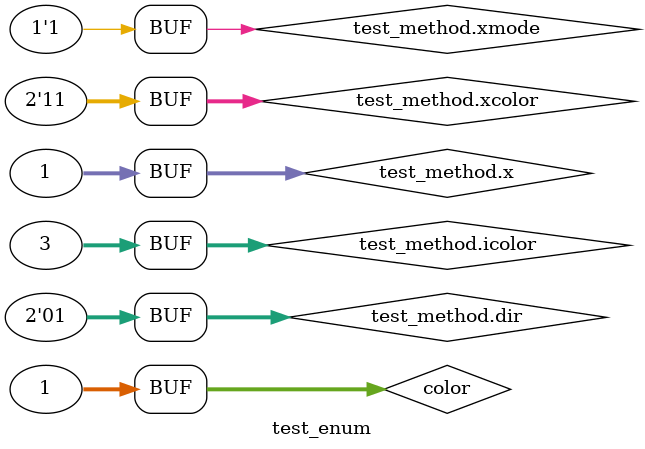
<source format=sv>

module test_enum // "tenum"
(
);

// Variables generated for SystemC signals

// Local parameters generated for C++ constants
localparam logic [7:0] nm = 3;
localparam logic [31:0] mode_const = 1;
localparam logic [31:0] color_const = 2;

//------------------------------------------------------------------------------
// Method process: test_method (test_enum.cpp:28:5) 

// Process-local variables
logic [31:0] color;

always_comb 
begin : test_method     // test_enum.cpp:28:5
    logic [1:0] xcolor;
    logic xmode;
    integer icolor;
    logic [1:0] dir;
    integer x;
    color = 1;
    xcolor = color_const;
    xmode = mode_const;
    icolor = 3;
    xcolor = 3;
    dir = 1;
    x = 0;
    x = 1;
end

endmodule



</source>
